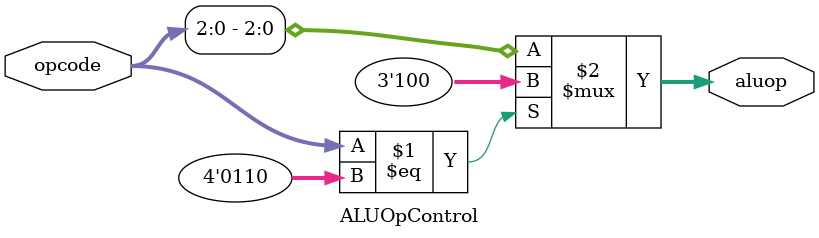
<source format=v>
`timescale 1ns / 1ps
module ALUOpControl(opcode,aluop);
	input wire [3:0] opcode;
	output wire [2:0] aluop;
	
	assign aluop = (opcode == 4'b0110)?3'b100:opcode[2:0];

endmodule

</source>
